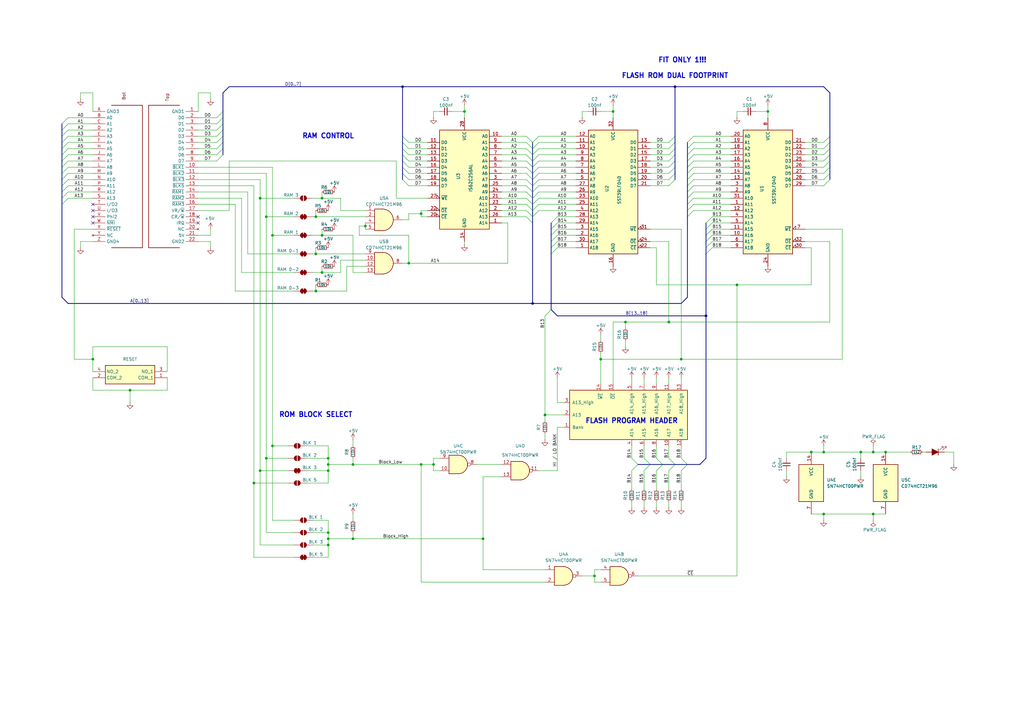
<source format=kicad_sch>
(kicad_sch (version 20250114) (generator "eeschema") (generator_version "9.0")
  (paper "A3")
  (title_block (title "VIC 20 Flash Cartridge") (date "2024-11-15") (rev "A"))
  (text "FLASH PROGRAM HEADER" (at 259.08 172.72 0) (effects (font (size 2 2) (thickness 0.4) (bold yes))))
  (text "    FIT ONLY 1!!!\n\nFLASH ROM DUAL FOOTPRINT\n" (at 276.86 27.94 0) (effects (font (size 2 2) (thickness 0.4) (bold yes))))
  (text "ROM BLOCK SELECT\n" (at 129.54 170.18 0) (effects (font (size 2 2) (thickness 0.4) (bold yes))))
  (text " " (at 398.78 234.95 0) (effects (font (size 1.27 1.27)) (justify left bottom)))
  (text "RAM CONTROL" (at 134.62 55.88 0) (effects (font (size 2 2) (thickness 0.4) (bold yes))))
  (junction (at 109.22 187.96))
  (junction (at 149.86 92.71))
  (junction (at 246.38 147.32))
  (junction (at 289.56 129.54))
  (junction (at 53.34 160.02))
  (junction (at 109.22 88.9))
  (junction (at 279.4 147.32))
  (junction (at 132.08 96.52))
  (junction (at 251.46 45.72))
  (junction (at 190.5 45.72))
  (junction (at 129.54 104.14))
  (junction (at 198.12 220.98))
  (junction (at 332.74 185.42))
  (junction (at 106.68 81.28))
  (junction (at 256.54 132.08))
  (junction (at 134.62 220.98))
  (junction (at 104.14 198.12))
  (junction (at 363.22 185.42))
  (junction (at 276.86 35.56))
  (junction (at 134.62 190.5))
  (junction (at 358.14 210.82))
  (junction (at 172.72 190.5))
  (junction (at 274.32 132.08))
  (junction (at 111.76 96.52))
  (junction (at 165.1 35.56))
  (junction (at 134.62 187.96))
  (junction (at 134.62 218.44))
  (junction (at 353.06 185.42))
  (junction (at 167.64 107.95))
  (junction (at 106.68 193.04))
  (junction (at 134.62 223.52))
  (junction (at 129.54 119.38))
  (junction (at 218.44 124.46))
  (junction (at 314.96 45.72))
  (junction (at 38.1 147.32))
  (junction (at 177.8 190.5))
  (junction (at 243.84 236.22))
  (junction (at 172.72 87.63))
  (junction (at 223.52 170.18))
  (junction (at 129.54 88.9))
  (junction (at 337.82 210.82))
  (junction (at 111.76 182.88))
  (junction (at 337.82 185.42))
  (junction (at 134.62 193.04))
  (junction (at 132.08 111.76))
  (junction (at 358.14 185.42))
  (junction (at 144.78 190.5))
  (junction (at 144.78 220.98))
  (junction (at 302.26 116.84))
  (junction (at 132.08 81.28))
  (no_connect (at 38.1 88.9))
  (no_connect (at 81.28 88.9))
  (no_connect (at 81.28 91.44))
  (no_connect (at 38.1 91.44))
  (no_connect (at 38.1 86.36))
  (no_connect (at 38.1 83.82))
  (bus_entry (at 27.94 48.26) (size -2.54 2.54))
  (bus_entry (at 25.4 81.28) (size 2.54 -2.54))
  (bus_entry (at 91.44 50.8) (size -2.54 2.54))
  (bus_entry (at 261.62 190.5) (size -2.54 -2.54))
  (bus_entry (at 274.32 193.04) (size 2.54 -2.54))
  (bus_entry (at 284.48 63.5) (size -2.54 2.54))
  (bus_entry (at 167.64 63.5) (size -2.54 -2.54))
  (bus_entry (at 289.56 93.98) (size 2.54 -2.54))
  (bus_entry (at 218.44 73.66) (size -2.54 -2.54))
  (bus_entry (at 27.94 66.04) (size -2.54 2.54))
  (bus_entry (at 340.36 63.5) (size -2.54 2.54))
  (bus_entry (at 284.48 73.66) (size -2.54 2.54))
  (bus_entry (at 226.06 96.52) (size 2.54 -2.54))
  (bus_entry (at 220.98 60.96) (size -2.54 2.54))
  (bus_entry (at 276.86 60.96) (size -2.54 2.54))
  (bus_entry (at 25.4 73.66) (size 2.54 -2.54))
  (bus_entry (at 220.98 68.58) (size -2.54 2.54))
  (bus_entry (at 340.36 58.42) (size -2.54 2.54))
  (bus_entry (at 220.98 71.12) (size -2.54 2.54))
  (bus_entry (at 218.44 88.9) (size 2.54 -2.54))
  (bus_entry (at 281.94 86.36) (size 2.54 -2.54))
  (bus_entry (at 91.44 60.96) (size -2.54 2.54))
  (bus_entry (at 264.16 193.04) (size 2.54 -2.54))
  (bus_entry (at 91.44 53.34) (size -2.54 2.54))
  (bus_entry (at 167.64 68.58) (size -2.54 -2.54))
  (bus_entry (at 218.44 88.9) (size -2.54 -2.54))
  (bus_entry (at 167.64 60.96) (size -2.54 -2.54))
  (bus_entry (at 226.06 104.14) (size 2.54 -2.54))
  (bus_entry (at 226.06 91.44) (size 2.54 -2.54))
  (bus_entry (at 276.86 190.5) (size -2.54 -2.54))
  (bus_entry (at 281.94 88.9) (size 2.54 -2.54))
  (bus_entry (at 218.44 81.28) (size 2.54 -2.54))
  (bus_entry (at 340.36 73.66) (size -2.54 2.54))
  (bus_entry (at 276.86 58.42) (size -2.54 2.54))
  (bus_entry (at 284.48 55.88) (size -2.54 2.54))
  (bus_entry (at 289.56 91.44) (size 2.54 -2.54))
  (bus_entry (at 276.86 66.04) (size -2.54 2.54))
  (bus_entry (at 276.86 73.66) (size -2.54 2.54))
  (bus_entry (at 91.44 45.72) (size -2.54 2.54))
  (bus_entry (at 340.36 71.12) (size -2.54 2.54))
  (bus_entry (at 218.44 86.36) (size -2.54 -2.54))
  (bus_entry (at 218.44 76.2) (size -2.54 -2.54))
  (bus_entry (at 269.24 193.04) (size 2.54 -2.54))
  (bus_entry (at 218.44 83.82) (size -2.54 -2.54))
  (bus_entry (at 218.44 68.58) (size -2.54 -2.54))
  (bus_entry (at 91.44 55.88) (size -2.54 2.54))
  (bus_entry (at 226.06 127) (size -2.54 2.54))
  (bus_entry (at 340.36 55.88) (size -2.54 2.54))
  (bus_entry (at 281.94 78.74) (size 2.54 -2.54))
  (bus_entry (at 340.36 60.96) (size -2.54 2.54))
  (bus_entry (at 266.7 190.5) (size -2.54 -2.54))
  (bus_entry (at 167.64 76.2) (size -2.54 -2.54))
  (bus_entry (at 284.48 60.96) (size -2.54 2.54))
  (bus_entry (at 284.48 71.12) (size -2.54 2.54))
  (bus_entry (at 226.06 93.98) (size 2.54 -2.54))
  (bus_entry (at 226.06 101.6) (size 2.54 -2.54))
  (bus_entry (at 25.4 78.74) (size 2.54 -2.54))
  (bus_entry (at 271.78 190.5) (size -2.54 -2.54))
  (bus_entry (at 27.94 53.34) (size -2.54 2.54))
  (bus_entry (at 279.4 193.04) (size 2.54 -2.54))
  (bus_entry (at 220.98 58.42) (size -2.54 2.54))
  (bus_entry (at 27.94 55.88) (size -2.54 2.54))
  (bus_entry (at 220.98 66.04) (size -2.54 2.54))
  (bus_entry (at 276.86 71.12) (size -2.54 2.54))
  (bus_entry (at 27.94 50.8) (size -2.54 2.54))
  (bus_entry (at 289.56 104.14) (size 2.54 -2.54))
  (bus_entry (at 220.98 73.66) (size -2.54 2.54))
  (bus_entry (at 226.06 99.06) (size 2.54 -2.54))
  (bus_entry (at 289.56 99.06) (size 2.54 -2.54))
  (bus_entry (at 218.44 60.96) (size -2.54 -2.54))
  (bus_entry (at 167.64 58.42) (size -2.54 -2.54))
  (bus_entry (at 25.4 83.82) (size 2.54 -2.54))
  (bus_entry (at 284.48 66.04) (size -2.54 2.54))
  (bus_entry (at 218.44 63.5) (size -2.54 -2.54))
  (bus_entry (at 25.4 71.12) (size 2.54 -2.54))
  (bus_entry (at 284.48 58.42) (size -2.54 2.54))
  (bus_entry (at 167.64 66.04) (size -2.54 -2.54))
  (bus_entry (at 218.44 71.12) (size -2.54 -2.54))
  (bus_entry (at 276.86 55.88) (size -2.54 2.54))
  (bus_entry (at 218.44 83.82) (size 2.54 -2.54))
  (bus_entry (at 340.36 66.04) (size -2.54 2.54))
  (bus_entry (at 91.44 63.5) (size -2.54 2.54))
  (bus_entry (at 218.44 78.74) (size 2.54 -2.54))
  (bus_entry (at 218.44 66.04) (size -2.54 -2.54))
  (bus_entry (at 167.64 71.12) (size -2.54 -2.54))
  (bus_entry (at 276.86 63.5) (size -2.54 2.54))
  (bus_entry (at 27.94 63.5) (size -2.54 2.54))
  (bus_entry (at 218.44 86.36) (size 2.54 -2.54))
  (bus_entry (at 91.44 58.42) (size -2.54 2.54))
  (bus_entry (at 259.08 193.04) (size 2.54 -2.54))
  (bus_entry (at 91.44 48.26) (size -2.54 2.54))
  (bus_entry (at 284.48 68.58) (size -2.54 2.54))
  (bus_entry (at 27.94 58.42) (size -2.54 2.54))
  (bus_entry (at 281.94 81.28) (size 2.54 -2.54))
  (bus_entry (at 218.44 58.42) (size -2.54 -2.54))
  (bus_entry (at 281.94 83.82) (size 2.54 -2.54))
  (bus_entry (at 27.94 60.96) (size -2.54 2.54))
  (bus_entry (at 220.98 63.5) (size -2.54 2.54))
  (bus_entry (at 218.44 78.74) (size -2.54 -2.54))
  (bus_entry (at 218.44 81.28) (size -2.54 -2.54))
  (bus_entry (at 281.94 190.5) (size -2.54 -2.54))
  (bus_entry (at 289.56 101.6) (size 2.54 -2.54))
  (bus_entry (at 25.4 76.2) (size 2.54 -2.54))
  (bus_entry (at 220.98 55.88) (size -2.54 2.54))
  (bus_entry (at 218.44 91.44) (size -2.54 -2.54))
  (bus_entry (at 340.36 68.58) (size -2.54 2.54))
  (bus_entry (at 289.56 96.52) (size 2.54 -2.54))
  (bus_entry (at 276.86 68.58) (size -2.54 2.54))
  (bus_entry (at 167.64 73.66) (size -2.54 -2.54))
  (bus (pts (xy 25.4 66.04) (xy 25.4 63.5)))
  (wire (pts (xy 337.82 213.36) (xy 337.82 210.82)))
  (bus (pts (xy 226.06 93.98) (xy 226.06 96.52)))
  (bus (pts (xy 165.1 35.56) (xy 276.86 35.56)))
  (bus (pts (xy 25.4 68.58) (xy 25.4 66.04)))
  (bus (pts (xy 276.86 35.56) (xy 337.82 35.56)))
  (wire (pts (xy 332.74 116.84) (xy 332.74 101.6)))
  (wire (pts (xy 264.16 154.94) (xy 264.16 157.48)))
  (bus (pts (xy 218.44 63.5) (xy 218.44 66.04)))
  (wire (pts (xy 149.86 91.44) (xy 149.86 92.71)))
  (wire (pts (xy 205.74 81.28) (xy 215.9 81.28)))
  (wire (pts (xy 228.6 165.1) (xy 231.14 165.1)))
  (wire (pts (xy 259.08 208.28) (xy 259.08 205.74)))
  (wire (pts (xy 134.62 187.96) (xy 134.62 190.5)))
  (wire (pts (xy 264.16 193.04) (xy 264.16 200.66)))
  (wire (pts (xy 167.64 87.63) (xy 172.72 87.63)))
  (wire (pts (xy 27.94 48.26) (xy 38.1 48.26)))
  (wire (pts (xy 27.94 53.34) (xy 38.1 53.34)))
  (wire (pts (xy 177.8 45.72) (xy 180.34 45.72)))
  (wire (pts (xy 172.72 88.9) (xy 175.26 88.9)))
  (wire (pts (xy 228.6 93.98) (xy 236.22 93.98)))
  (wire (pts (xy 358.14 182.88) (xy 358.14 185.42)))
  (bus (pts (xy 276.86 190.5) (xy 281.94 190.5)))
  (wire (pts (xy 38.1 142.24) (xy 68.58 142.24)))
  (wire (pts (xy 134.62 190.5) (xy 134.62 193.04)))
  (wire (pts (xy 144.78 210.82) (xy 144.78 213.36)))
  (wire (pts (xy 279.4 147.32) (xy 345.44 147.32)))
  (wire (pts (xy 330.2 60.96) (xy 337.82 60.96)))
  (wire (pts (xy 167.64 66.04) (xy 175.26 66.04)))
  (wire (pts (xy 208.28 91.44) (xy 205.74 91.44)))
  (wire (pts (xy 149.86 92.71) (xy 149.86 93.98)))
  (wire (pts (xy 274.32 193.04) (xy 274.32 200.66)))
  (wire (pts (xy 30.48 147.32) (xy 38.1 147.32)))
  (wire (pts (xy 337.82 210.82) (xy 332.74 210.82)))
  (bus (pts (xy 25.4 121.92) (xy 27.94 124.46)))
  (bus (pts (xy 281.94 73.66) (xy 281.94 76.2)))
  (wire (pts (xy 99.06 111.76) (xy 99.06 81.28)))
  (wire (pts (xy 104.14 198.12) (xy 104.14 228.6)))
  (wire (pts (xy 228.6 175.26) (xy 228.6 193.04)))
  (wire (pts (xy 279.4 93.98) (xy 279.4 147.32)))
  (bus (pts (xy 25.4 60.96) (xy 25.4 58.42)))
  (wire (pts (xy 358.14 185.42) (xy 353.06 185.42)))
  (bus (pts (xy 281.94 76.2) (xy 281.94 78.74)))
  (bus (pts (xy 289.56 129.54) (xy 289.56 187.96)))
  (bus (pts (xy 218.44 71.12) (xy 218.44 73.66)))
  (wire (pts (xy 266.7 99.06) (xy 274.32 99.06)))
  (bus (pts (xy 287.02 190.5) (xy 289.56 187.96)))
  (wire (pts (xy 264.16 182.88) (xy 264.16 187.96)))
  (bus (pts (xy 281.94 68.58) (xy 281.94 71.12)))
  (wire (pts (xy 330.2 66.04) (xy 337.82 66.04)))
  (wire (pts (xy 284.48 55.88) (xy 299.72 55.88)))
  (wire (pts (xy 205.74 71.12) (xy 215.9 71.12)))
  (bus (pts (xy 261.62 190.5) (xy 266.7 190.5)))
  (wire (pts (xy 198.12 220.98) (xy 198.12 233.68)))
  (wire (pts (xy 284.48 81.28) (xy 299.72 81.28)))
  (wire (pts (xy 81.28 58.42) (xy 88.9 58.42)))
  (wire (pts (xy 266.7 68.58) (xy 274.32 68.58)))
  (bus (pts (xy 218.44 124.46) (xy 279.4 124.46)))
  (bus (pts (xy 218.44 81.28) (xy 218.44 83.82)))
  (wire (pts (xy 259.08 187.96) (xy 259.08 182.88)))
  (bus (pts (xy 25.4 63.5) (xy 25.4 60.96)))
  (wire (pts (xy 345.44 147.32) (xy 345.44 93.98)))
  (wire (pts (xy 104.14 76.2) (xy 81.28 76.2)))
  (wire (pts (xy 284.48 60.96) (xy 299.72 60.96)))
  (wire (pts (xy 30.48 93.98) (xy 30.48 147.32)))
  (bus (pts (xy 93.98 35.56) (xy 165.1 35.56)))
  (wire (pts (xy 81.28 48.26) (xy 88.9 48.26)))
  (wire (pts (xy 134.62 213.36) (xy 128.27 213.36)))
  (wire (pts (xy 81.28 71.12) (xy 109.22 71.12)))
  (wire (pts (xy 111.76 213.36) (xy 120.65 213.36)))
  (wire (pts (xy 125.73 187.96) (xy 134.62 187.96)))
  (bus (pts (xy 340.36 58.42) (xy 340.36 60.96)))
  (bus (pts (xy 281.94 66.04) (xy 281.94 68.58)))
  (wire (pts (xy 38.1 160.02) (xy 53.34 160.02)))
  (wire (pts (xy 266.7 76.2) (xy 274.32 76.2)))
  (wire (pts (xy 266.7 60.96) (xy 274.32 60.96)))
  (bus (pts (xy 25.4 76.2) (xy 25.4 73.66)))
  (wire (pts (xy 243.84 236.22) (xy 243.84 238.76)))
  (wire (pts (xy 185.42 45.72) (xy 190.5 45.72)))
  (bus (pts (xy 281.94 71.12) (xy 281.94 73.66)))
  (wire (pts (xy 205.74 86.36) (xy 215.9 86.36)))
  (bus (pts (xy 276.86 55.88) (xy 276.86 58.42)))
  (bus (pts (xy 218.44 68.58) (xy 218.44 71.12)))
  (bus (pts (xy 218.44 60.96) (xy 218.44 63.5)))
  (wire (pts (xy 68.58 142.24) (xy 68.58 152.4)))
  (wire (pts (xy 27.94 68.58) (xy 38.1 68.58)))
  (wire (pts (xy 198.12 195.58) (xy 198.12 220.98)))
  (wire (pts (xy 228.6 193.04) (xy 220.98 193.04)))
  (wire (pts (xy 128.27 218.44) (xy 134.62 218.44)))
  (wire (pts (xy 228.6 99.06) (xy 236.22 99.06)))
  (wire (pts (xy 220.98 55.88) (xy 236.22 55.88)))
  (wire (pts (xy 134.62 182.88) (xy 125.73 182.88)))
  (wire (pts (xy 205.74 68.58) (xy 215.9 68.58)))
  (wire (pts (xy 139.7 111.76) (xy 139.7 106.68)))
  (wire (pts (xy 220.98 81.28) (xy 236.22 81.28)))
  (wire (pts (xy 134.62 223.52) (xy 134.62 228.6)))
  (wire (pts (xy 205.74 58.42) (xy 215.9 58.42)))
  (bus (pts (xy 91.44 58.42) (xy 91.44 55.88)))
  (wire (pts (xy 106.68 81.28) (xy 120.65 81.28)))
  (wire (pts (xy 246.38 233.68) (xy 243.84 233.68)))
  (wire (pts (xy 378.46 185.42) (xy 379.73 185.42)))
  (wire (pts (xy 101.6 104.14) (xy 101.6 78.74)))
  (wire (pts (xy 167.64 96.52) (xy 147.32 96.52)))
  (wire (pts (xy 106.68 223.52) (xy 120.65 223.52)))
  (wire (pts (xy 322.58 195.58) (xy 322.58 193.04)))
  (wire (pts (xy 167.64 87.63) (xy 167.64 90.17)))
  (bus (pts (xy 165.1 35.56) (xy 165.1 55.88)))
  (wire (pts (xy 322.58 185.42) (xy 332.74 185.42)))
  (wire (pts (xy 190.5 43.18) (xy 190.5 45.72)))
  (wire (pts (xy 106.68 193.04) (xy 118.11 193.04)))
  (wire (pts (xy 129.54 88.9) (xy 149.86 88.9)))
  (wire (pts (xy 144.78 180.34) (xy 144.78 182.88)))
  (wire (pts (xy 274.32 154.94) (xy 274.32 157.48)))
  (wire (pts (xy 101.6 104.14) (xy 120.65 104.14)))
  (wire (pts (xy 284.48 63.5) (xy 299.72 63.5)))
  (wire (pts (xy 246.38 238.76) (xy 243.84 238.76)))
  (wire (pts (xy 99.06 111.76) (xy 120.65 111.76)))
  (bus (pts (xy 218.44 88.9) (xy 218.44 91.44)))
  (wire (pts (xy 198.12 233.68) (xy 223.52 233.68)))
  (wire (pts (xy 111.76 182.88) (xy 111.76 213.36)))
  (wire (pts (xy 68.58 160.02) (xy 68.58 154.94)))
  (wire (pts (xy 93.98 66.04) (xy 162.56 66.04)))
  (wire (pts (xy 220.98 60.96) (xy 236.22 60.96)))
  (bus (pts (xy 218.44 76.2) (xy 218.44 78.74)))
  (wire (pts (xy 144.78 218.44) (xy 144.78 220.98)))
  (wire (pts (xy 340.36 132.08) (xy 340.36 99.06)))
  (wire (pts (xy 106.68 193.04) (xy 106.68 223.52)))
  (wire (pts (xy 129.54 119.38) (xy 142.24 119.38)))
  (wire (pts (xy 33.02 38.1) (xy 33.02 40.64)))
  (bus (pts (xy 281.94 88.9) (xy 281.94 121.92)))
  (bus (pts (xy 226.06 99.06) (xy 226.06 101.6)))
  (wire (pts (xy 128.27 111.76) (xy 132.08 111.76)))
  (wire (pts (xy 167.64 71.12) (xy 175.26 71.12)))
  (wire (pts (xy 132.08 81.28) (xy 139.7 81.28)))
  (wire (pts (xy 264.16 208.28) (xy 264.16 205.74)))
  (bus (pts (xy 289.56 91.44) (xy 289.56 93.98)))
  (bus (pts (xy 281.94 81.28) (xy 281.94 83.82)))
  (wire (pts (xy 269.24 193.04) (xy 269.24 200.66)))
  (wire (pts (xy 256.54 134.62) (xy 256.54 132.08)))
  (wire (pts (xy 223.52 177.8) (xy 223.52 180.34)))
  (wire (pts (xy 33.02 99.06) (xy 38.1 99.06)))
  (wire (pts (xy 167.64 90.17) (xy 165.1 90.17)))
  (wire (pts (xy 27.94 78.74) (xy 38.1 78.74)))
  (bus (pts (xy 218.44 78.74) (xy 218.44 81.28)))
  (wire (pts (xy 246.38 147.32) (xy 279.4 147.32)))
  (wire (pts (xy 93.98 86.36) (xy 93.98 66.04)))
  (wire (pts (xy 205.74 55.88) (xy 215.9 55.88)))
  (wire (pts (xy 220.98 71.12) (xy 236.22 71.12)))
  (bus (pts (xy 226.06 127) (xy 228.6 129.54)))
  (wire (pts (xy 228.6 96.52) (xy 236.22 96.52)))
  (wire (pts (xy 223.52 172.72) (xy 223.52 170.18)))
  (bus (pts (xy 25.4 121.92) (xy 25.4 83.82)))
  (bus (pts (xy 289.56 101.6) (xy 289.56 104.14)))
  (bus (pts (xy 25.4 55.88) (xy 25.4 53.34)))
  (wire (pts (xy 190.5 45.72) (xy 190.5 48.26)))
  (wire (pts (xy 220.98 58.42) (xy 236.22 58.42)))
  (wire (pts (xy 147.32 92.71) (xy 149.86 92.71)))
  (wire (pts (xy 180.34 193.04) (xy 177.8 193.04)))
  (wire (pts (xy 104.14 198.12) (xy 118.11 198.12)))
  (bus (pts (xy 340.36 71.12) (xy 340.36 73.66)))
  (wire (pts (xy 147.32 92.71) (xy 147.32 96.52)))
  (wire (pts (xy 292.1 93.98) (xy 299.72 93.98)))
  (wire (pts (xy 251.46 43.18) (xy 251.46 45.72)))
  (wire (pts (xy 309.88 45.72) (xy 314.96 45.72)))
  (wire (pts (xy 259.08 193.04) (xy 259.08 200.66)))
  (wire (pts (xy 128.27 104.14) (xy 129.54 104.14)))
  (wire (pts (xy 86.36 101.6) (xy 86.36 99.06)))
  (bus (pts (xy 25.4 71.12) (xy 25.4 68.58)))
  (wire (pts (xy 38.1 147.32) (xy 38.1 142.24)))
  (wire (pts (xy 177.8 190.5) (xy 177.8 193.04)))
  (wire (pts (xy 134.62 220.98) (xy 144.78 220.98)))
  (wire (pts (xy 190.5 99.06) (xy 190.5 100.33)))
  (wire (pts (xy 111.76 96.52) (xy 111.76 68.58)))
  (wire (pts (xy 134.62 220.98) (xy 134.62 223.52)))
  (wire (pts (xy 81.28 55.88) (xy 88.9 55.88)))
  (wire (pts (xy 81.28 38.1) (xy 86.36 38.1)))
  (wire (pts (xy 292.1 88.9) (xy 299.72 88.9)))
  (wire (pts (xy 284.48 58.42) (xy 299.72 58.42)))
  (wire (pts (xy 322.58 187.96) (xy 322.58 185.42)))
  (wire (pts (xy 284.48 73.66) (xy 299.72 73.66)))
  (bus (pts (xy 281.94 60.96) (xy 281.94 63.5)))
  (wire (pts (xy 139.7 106.68) (xy 149.86 106.68)))
  (wire (pts (xy 111.76 96.52) (xy 111.76 182.88)))
  (wire (pts (xy 358.14 185.42) (xy 363.22 185.42)))
  (wire (pts (xy 363.22 185.42) (xy 373.38 185.42)))
  (wire (pts (xy 109.22 218.44) (xy 120.65 218.44)))
  (wire (pts (xy 27.94 76.2) (xy 38.1 76.2)))
  (wire (pts (xy 330.2 68.58) (xy 337.82 68.58)))
  (bus (pts (xy 276.86 60.96) (xy 276.86 63.5)))
  (wire (pts (xy 330.2 58.42) (xy 337.82 58.42)))
  (wire (pts (xy 172.72 86.36) (xy 172.72 87.63)))
  (wire (pts (xy 269.24 101.6) (xy 269.24 116.84)))
  (bus (pts (xy 276.86 71.12) (xy 276.86 73.66)))
  (wire (pts (xy 81.28 50.8) (xy 88.9 50.8)))
  (wire (pts (xy 177.8 187.96) (xy 180.34 187.96)))
  (bus (pts (xy 218.44 86.36) (xy 218.44 88.9)))
  (wire (pts (xy 167.64 76.2) (xy 175.26 76.2)))
  (wire (pts (xy 269.24 182.88) (xy 269.24 187.96)))
  (wire (pts (xy 279.4 208.28) (xy 279.4 205.74)))
  (bus (pts (xy 165.1 66.04) (xy 165.1 63.5)))
  (bus (pts (xy 340.36 63.5) (xy 340.36 66.04)))
  (bus (pts (xy 165.1 68.58) (xy 165.1 66.04)))
  (wire (pts (xy 106.68 81.28) (xy 106.68 193.04)))
  (wire (pts (xy 53.34 165.1) (xy 53.34 160.02)))
  (wire (pts (xy 27.94 73.66) (xy 38.1 73.66)))
  (wire (pts (xy 134.62 193.04) (xy 134.62 198.12)))
  (wire (pts (xy 96.52 119.38) (xy 120.65 119.38)))
  (bus (pts (xy 276.86 35.56) (xy 276.86 55.88)))
  (wire (pts (xy 109.22 187.96) (xy 109.22 218.44)))
  (bus (pts (xy 93.98 35.56) (xy 91.44 38.1)))
  (wire (pts (xy 109.22 71.12) (xy 109.22 88.9)))
  (wire (pts (xy 292.1 99.06) (xy 299.72 99.06)))
  (wire (pts (xy 129.54 86.36) (xy 129.54 88.9)))
  (wire (pts (xy 134.62 228.6) (xy 128.27 228.6)))
  (bus (pts (xy 25.4 81.28) (xy 25.4 78.74)))
  (wire (pts (xy 292.1 101.6) (xy 299.72 101.6)))
  (wire (pts (xy 330.2 71.12) (xy 337.82 71.12)))
  (bus (pts (xy 165.1 60.96) (xy 165.1 58.42)))
  (wire (pts (xy 205.74 60.96) (xy 215.9 60.96)))
  (wire (pts (xy 162.56 81.28) (xy 175.26 81.28)))
  (bus (pts (xy 281.94 63.5) (xy 281.94 66.04)))
  (wire (pts (xy 81.28 68.58) (xy 111.76 68.58)))
  (bus (pts (xy 91.44 53.34) (xy 91.44 50.8)))
  (bus (pts (xy 25.4 53.34) (xy 25.4 50.8)))
  (wire (pts (xy 246.38 45.72) (xy 251.46 45.72)))
  (wire (pts (xy 284.48 86.36) (xy 299.72 86.36)))
  (bus (pts (xy 289.56 93.98) (xy 289.56 96.52)))
  (wire (pts (xy 279.4 182.88) (xy 279.4 187.96)))
  (wire (pts (xy 86.36 99.06) (xy 81.28 99.06)))
  (wire (pts (xy 228.6 88.9) (xy 236.22 88.9)))
  (bus (pts (xy 91.44 48.26) (xy 91.44 45.72)))
  (wire (pts (xy 284.48 68.58) (xy 299.72 68.58)))
  (wire (pts (xy 220.98 68.58) (xy 236.22 68.58)))
  (wire (pts (xy 205.74 78.74) (xy 215.9 78.74)))
  (wire (pts (xy 353.06 185.42) (xy 353.06 187.96)))
  (wire (pts (xy 81.28 73.66) (xy 106.68 73.66)))
  (wire (pts (xy 220.98 66.04) (xy 236.22 66.04)))
  (wire (pts (xy 274.32 182.88) (xy 274.32 187.96)))
  (wire (pts (xy 292.1 91.44) (xy 299.72 91.44)))
  (wire (pts (xy 27.94 63.5) (xy 38.1 63.5)))
  (wire (pts (xy 172.72 190.5) (xy 172.72 238.76)))
  (wire (pts (xy 266.7 58.42) (xy 274.32 58.42)))
  (wire (pts (xy 284.48 66.04) (xy 299.72 66.04)))
  (wire (pts (xy 111.76 182.88) (xy 118.11 182.88)))
  (wire (pts (xy 391.16 190.5) (xy 391.16 185.42)))
  (wire (pts (xy 243.84 233.68) (xy 243.84 236.22)))
  (wire (pts (xy 195.58 190.5) (xy 205.74 190.5)))
  (wire (pts (xy 109.22 88.9) (xy 109.22 187.96)))
  (bus (pts (xy 25.4 83.82) (xy 25.4 81.28)))
  (wire (pts (xy 104.14 76.2) (xy 104.14 198.12)))
  (wire (pts (xy 228.6 175.26) (xy 231.14 175.26)))
  (wire (pts (xy 292.1 96.52) (xy 299.72 96.52)))
  (wire (pts (xy 27.94 60.96) (xy 38.1 60.96)))
  (bus (pts (xy 91.44 60.96) (xy 91.44 58.42)))
  (wire (pts (xy 261.62 236.22) (xy 302.26 236.22)))
  (wire (pts (xy 111.76 96.52) (xy 120.65 96.52)))
  (wire (pts (xy 284.48 76.2) (xy 299.72 76.2)))
  (wire (pts (xy 167.64 60.96) (xy 175.26 60.96)))
  (wire (pts (xy 205.74 73.66) (xy 215.9 73.66)))
  (wire (pts (xy 228.6 154.94) (xy 228.6 165.1)))
  (bus (pts (xy 27.94 124.46) (xy 218.44 124.46)))
  (wire (pts (xy 81.28 60.96) (xy 88.9 60.96)))
  (bus (pts (xy 276.86 63.5) (xy 276.86 66.04)))
  (wire (pts (xy 274.32 208.28) (xy 274.32 205.74)))
  (wire (pts (xy 38.1 93.98) (xy 30.48 93.98)))
  (wire (pts (xy 106.68 73.66) (xy 106.68 81.28)))
  (bus (pts (xy 165.1 73.66) (xy 165.1 71.12)))
  (wire (pts (xy 251.46 45.72) (xy 251.46 48.26)))
  (wire (pts (xy 256.54 142.24) (xy 256.54 139.7)))
  (wire (pts (xy 266.7 66.04) (xy 274.32 66.04)))
  (bus (pts (xy 165.1 63.5) (xy 165.1 60.96)))
  (bus (pts (xy 340.36 68.58) (xy 340.36 71.12)))
  (wire (pts (xy 109.22 187.96) (xy 118.11 187.96)))
  (wire (pts (xy 167.64 58.42) (xy 175.26 58.42)))
  (wire (pts (xy 27.94 81.28) (xy 38.1 81.28)))
  (wire (pts (xy 228.6 101.6) (xy 236.22 101.6)))
  (wire (pts (xy 109.22 88.9) (xy 120.65 88.9)))
  (wire (pts (xy 27.94 55.88) (xy 38.1 55.88)))
  (wire (pts (xy 81.28 78.74) (xy 101.6 78.74)))
  (bus (pts (xy 281.94 58.42) (xy 281.94 60.96)))
  (wire (pts (xy 246.38 137.16) (xy 246.38 139.7)))
  (bus (pts (xy 91.44 55.88) (xy 91.44 53.34)))
  (wire (pts (xy 81.28 66.04) (xy 88.9 66.04)))
  (bus (pts (xy 276.86 58.42) (xy 276.86 60.96)))
  (bus (pts (xy 340.36 60.96) (xy 340.36 63.5)))
  (wire (pts (xy 246.38 144.78) (xy 246.38 147.32)))
  (wire (pts (xy 205.74 76.2) (xy 215.9 76.2)))
  (wire (pts (xy 128.27 96.52) (xy 132.08 96.52)))
  (wire (pts (xy 128.27 119.38) (xy 129.54 119.38)))
  (wire (pts (xy 142.24 119.38) (xy 142.24 109.22)))
  (wire (pts (xy 27.94 58.42) (xy 38.1 58.42)))
  (wire (pts (xy 172.72 238.76) (xy 223.52 238.76)))
  (bus (pts (xy 281.94 83.82) (xy 281.94 86.36)))
  (wire (pts (xy 129.54 104.14) (xy 149.86 104.14)))
  (wire (pts (xy 134.62 218.44) (xy 134.62 220.98)))
  (bus (pts (xy 91.44 38.1) (xy 91.44 45.72)))
  (wire (pts (xy 302.26 116.84) (xy 332.74 116.84)))
  (wire (pts (xy 266.7 71.12) (xy 274.32 71.12)))
  (wire (pts (xy 142.24 109.22) (xy 149.86 109.22)))
  (bus (pts (xy 281.94 86.36) (xy 281.94 88.9)))
  (wire (pts (xy 279.4 154.94) (xy 279.4 157.48)))
  (wire (pts (xy 238.76 45.72) (xy 238.76 48.26)))
  (wire (pts (xy 81.28 45.72) (xy 81.28 38.1)))
  (wire (pts (xy 134.62 182.88) (xy 134.62 187.96)))
  (wire (pts (xy 337.82 210.82) (xy 358.14 210.82)))
  (wire (pts (xy 205.74 88.9) (xy 215.9 88.9)))
  (bus (pts (xy 218.44 73.66) (xy 218.44 76.2)))
  (wire (pts (xy 266.7 73.66) (xy 274.32 73.66)))
  (wire (pts (xy 302.26 45.72) (xy 302.26 48.26)))
  (wire (pts (xy 167.64 96.52) (xy 167.64 107.95)))
  (wire (pts (xy 251.46 157.48) (xy 251.46 132.08)))
  (bus (pts (xy 281.94 121.92) (xy 279.4 124.46)))
  (bus (pts (xy 25.4 78.74) (xy 25.4 76.2)))
  (wire (pts (xy 167.64 63.5) (xy 175.26 63.5)))
  (wire (pts (xy 172.72 87.63) (xy 172.72 88.9)))
  (bus (pts (xy 289.56 99.06) (xy 289.56 101.6)))
  (bus (pts (xy 228.6 129.54) (xy 289.56 129.54)))
  (wire (pts (xy 86.36 96.52) (xy 81.28 96.52)))
  (wire (pts (xy 205.74 66.04) (xy 215.9 66.04)))
  (bus (pts (xy 218.44 91.44) (xy 218.44 124.46)))
  (bus (pts (xy 91.44 50.8) (xy 91.44 48.26)))
  (wire (pts (xy 330.2 99.06) (xy 340.36 99.06)))
  (wire (pts (xy 125.73 193.04) (xy 134.62 193.04)))
  (wire (pts (xy 220.98 78.74) (xy 236.22 78.74)))
  (wire (pts (xy 175.26 86.36) (xy 172.72 86.36)))
  (wire (pts (xy 177.8 45.72) (xy 177.8 48.26)))
  (wire (pts (xy 134.62 213.36) (xy 134.62 218.44)))
  (bus (pts (xy 340.36 38.1) (xy 340.36 55.88)))
  (wire (pts (xy 27.94 50.8) (xy 38.1 50.8)))
  (wire (pts (xy 220.98 63.5) (xy 236.22 63.5)))
  (wire (pts (xy 269.24 208.28) (xy 269.24 205.74)))
  (wire (pts (xy 205.74 83.82) (xy 215.9 83.82)))
  (bus (pts (xy 91.44 63.5) (xy 91.44 60.96)))
  (wire (pts (xy 81.28 53.34) (xy 88.9 53.34)))
  (wire (pts (xy 330.2 63.5) (xy 337.82 63.5)))
  (bus (pts (xy 25.4 73.66) (xy 25.4 71.12)))
  (wire (pts (xy 208.28 107.95) (xy 208.28 91.44)))
  (wire (pts (xy 96.52 83.82) (xy 96.52 119.38)))
  (wire (pts (xy 139.7 81.28) (xy 139.7 86.36)))
  (wire (pts (xy 337.82 185.42) (xy 332.74 185.42)))
  (wire (pts (xy 223.52 129.54) (xy 223.52 170.18)))
  (wire (pts (xy 330.2 76.2) (xy 337.82 76.2)))
  (wire (pts (xy 132.08 93.98) (xy 132.08 96.52)))
  (wire (pts (xy 220.98 83.82) (xy 236.22 83.82)))
  (bus (pts (xy 289.56 96.52) (xy 289.56 99.06)))
  (wire (pts (xy 279.4 193.04) (xy 279.4 200.66)))
  (wire (pts (xy 246.38 157.48) (xy 246.38 147.32)))
  (bus (pts (xy 276.86 68.58) (xy 276.86 71.12)))
  (wire (pts (xy 38.1 38.1) (xy 33.02 38.1)))
  (wire (pts (xy 302.26 116.84) (xy 302.26 236.22)))
  (wire (pts (xy 330.2 93.98) (xy 345.44 93.98)))
  (wire (pts (xy 38.1 152.4) (xy 38.1 147.32)))
  (wire (pts (xy 358.14 210.82) (xy 363.22 210.82)))
  (bus (pts (xy 218.44 66.04) (xy 218.44 68.58)))
  (wire (pts (xy 243.84 236.22) (xy 238.76 236.22)))
  (wire (pts (xy 167.64 73.66) (xy 175.26 73.66)))
  (wire (pts (xy 129.54 101.6) (xy 129.54 104.14)))
  (wire (pts (xy 177.8 190.5) (xy 177.8 187.96)))
  (bus (pts (xy 337.82 35.56) (xy 340.36 38.1)))
  (wire (pts (xy 81.28 81.28) (xy 99.06 81.28)))
  (wire (pts (xy 149.86 111.76) (xy 144.78 111.76)))
  (wire (pts (xy 266.7 63.5) (xy 274.32 63.5)))
  (wire (pts (xy 274.32 99.06) (xy 274.32 132.08)))
  (wire (pts (xy 220.98 86.36) (xy 236.22 86.36)))
  (wire (pts (xy 132.08 78.74) (xy 132.08 81.28)))
  (bus (pts (xy 226.06 91.44) (xy 226.06 93.98)))
  (wire (pts (xy 337.82 182.88) (xy 337.82 185.42)))
  (wire (pts (xy 251.46 132.08) (xy 256.54 132.08)))
  (wire (pts (xy 284.48 78.74) (xy 299.72 78.74)))
  (bus (pts (xy 165.1 58.42) (xy 165.1 55.88)))
  (wire (pts (xy 167.64 68.58) (xy 175.26 68.58)))
  (bus (pts (xy 218.44 83.82) (xy 218.44 86.36)))
  (wire (pts (xy 167.64 107.95) (xy 208.28 107.95)))
  (wire (pts (xy 104.14 228.6) (xy 120.65 228.6)))
  (wire (pts (xy 27.94 71.12) (xy 38.1 71.12)))
  (wire (pts (xy 144.78 187.96) (xy 144.78 190.5)))
  (wire (pts (xy 269.24 101.6) (xy 266.7 101.6)))
  (wire (pts (xy 353.06 195.58) (xy 353.06 193.04)))
  (wire (pts (xy 139.7 86.36) (xy 149.86 86.36)))
  (bus (pts (xy 266.7 190.5) (xy 271.78 190.5)))
  (wire (pts (xy 259.08 154.94) (xy 259.08 157.48)))
  (bus (pts (xy 226.06 96.52) (xy 226.06 99.06)))
  (wire (pts (xy 129.54 88.9) (xy 128.27 88.9)))
  (wire (pts (xy 198.12 195.58) (xy 205.74 195.58)))
  (wire (pts (xy 353.06 185.42) (xy 337.82 185.42)))
  (wire (pts (xy 128.27 223.52) (xy 134.62 223.52)))
  (wire (pts (xy 269.24 116.84) (xy 302.26 116.84)))
  (wire (pts (xy 266.7 93.98) (xy 279.4 93.98)))
  (wire (pts (xy 144.78 190.5) (xy 172.72 190.5)))
  (wire (pts (xy 314.96 45.72) (xy 314.96 48.26)))
  (wire (pts (xy 132.08 111.76) (xy 139.7 111.76)))
  (wire (pts (xy 256.54 132.08) (xy 274.32 132.08)))
  (bus (pts (xy 281.94 78.74) (xy 281.94 81.28)))
  (bus (pts (xy 271.78 190.5) (xy 276.86 190.5)))
  (bus (pts (xy 276.86 66.04) (xy 276.86 68.58)))
  (wire (pts (xy 358.14 213.36) (xy 358.14 210.82)))
  (wire (pts (xy 128.27 81.28) (xy 132.08 81.28)))
  (wire (pts (xy 38.1 154.94) (xy 38.1 160.02)))
  (wire (pts (xy 330.2 101.6) (xy 332.74 101.6)))
  (wire (pts (xy 134.62 190.5) (xy 144.78 190.5)))
  (wire (pts (xy 144.78 220.98) (xy 198.12 220.98)))
  (bus (pts (xy 226.06 127) (xy 226.06 104.14)))
  (wire (pts (xy 132.08 109.22) (xy 132.08 111.76)))
  (wire (pts (xy 162.56 66.04) (xy 162.56 81.28)))
  (wire (pts (xy 314.96 43.18) (xy 314.96 45.72)))
  (wire (pts (xy 220.98 76.2) (xy 236.22 76.2)))
  (bus (pts (xy 25.4 58.42) (xy 25.4 55.88)))
  (wire (pts (xy 129.54 116.84) (xy 129.54 119.38)))
  (wire (pts (xy 132.08 96.52) (xy 144.78 96.52)))
  (bus (pts (xy 165.1 71.12) (xy 165.1 68.58)))
  (bus (pts (xy 340.36 66.04) (xy 340.36 68.58)))
  (wire (pts (xy 220.98 73.66) (xy 236.22 73.66)))
  (wire (pts (xy 134.62 198.12) (xy 125.73 198.12)))
  (bus (pts (xy 340.36 55.88) (xy 340.36 58.42)))
  (wire (pts (xy 284.48 83.82) (xy 299.72 83.82)))
  (wire (pts (xy 284.48 71.12) (xy 299.72 71.12)))
  (wire (pts (xy 144.78 96.52) (xy 144.78 111.76)))
  (bus (pts (xy 281.94 190.5) (xy 287.02 190.5)))
  (wire (pts (xy 387.35 185.42) (xy 391.16 185.42)))
  (wire (pts (xy 96.52 83.82) (xy 81.28 83.82)))
  (wire (pts (xy 269.24 154.94) (xy 269.24 157.48)))
  (wire (pts (xy 238.76 45.72) (xy 241.3 45.72)))
  (wire (pts (xy 165.1 107.95) (xy 167.64 107.95)))
  (wire (pts (xy 302.26 45.72) (xy 304.8 45.72)))
  (wire (pts (xy 86.36 38.1) (xy 86.36 40.64)))
  (bus (pts (xy 289.56 104.14) (xy 289.56 129.54)))
  (bus (pts (xy 226.06 101.6) (xy 226.06 104.14)))
  (wire (pts (xy 172.72 190.5) (xy 177.8 190.5)))
  (wire (pts (xy 274.32 132.08) (xy 340.36 132.08)))
  (wire (pts (xy 27.94 66.04) (xy 38.1 66.04)))
  (wire (pts (xy 231.14 170.18) (xy 223.52 170.18)))
  (wire (pts (xy 38.1 45.72) (xy 38.1 38.1)))
  (wire (pts (xy 81.28 63.5) (xy 88.9 63.5)))
  (wire (pts (xy 53.34 160.02) (xy 68.58 160.02)))
  (bus (pts (xy 218.44 58.42) (xy 218.44 60.96)))
  (wire (pts (xy 86.36 93.98) (xy 86.36 96.52)))
  (wire (pts (xy 33.02 101.6) (xy 33.02 99.06)))
  (wire (pts (xy 81.28 86.36) (xy 93.98 86.36)))
  (wire (pts (xy 228.6 91.44) (xy 236.22 91.44)))
  (wire (pts (xy 330.2 73.66) (xy 337.82 73.66)))
  (wire (pts (xy 205.74 63.5) (xy 215.9 63.5)))
  (label "B18" (at 228.6 101.6 0))
  (label "A3" (at 232.41 63.5 180))
  (label "D3" (at 83.82 55.88 0))
  (label "A2" (at 34.29 53.34 180))
  (label "A1" (at 212.09 58.42 180))
  (label "D3" (at 269.24 66.04 0))
  (label "D4" (at 332.74 68.58 0))
  (label "A3" (at 34.29 55.88 180))
  (label "A4" (at 232.41 66.04 180))
  (label "D5" (at 83.82 60.96 0))
  (label "A6" (at 212.09 71.12 180))
  (label "B16" (at 228.6 96.52 0))
  (label "A7" (at 34.29 66.04 180))
  (label "D3" (at 170.18 66.04 0))
  (label "B16" (at 292.1 96.52 0))
  (label "A9" (at 232.41 78.74 180))
  (label "A9" (at 34.29 71.12 180))
  (label "D0" (at 269.24 58.42 0))
  (label "A1" (at 232.41 58.42 180))
  (label "D4" (at 170.18 68.58 0))
  (label "A10" (at 232.41 81.28 180))
  (label "B16" (at 269.24 187.96 90))
  (label "A13" (at 30.48 81.28 0))
  (label "A7" (at 232.41 73.66 180))
  (label "A0" (at 212.09 55.88 180))
  (label "A8" (at 34.29 68.58 180))
  (label "D0" (at 332.74 58.42 0))
  (label "A10" (at 212.09 81.28 180))
  (label "A8" (at 295.91 76.2 180))
  (label "A3" (at 212.09 63.5 180))
  (label "D5" (at 332.74 71.12 0))
  (label "A11" (at 295.91 83.82 180))
  (label "A5" (at 34.29 60.96 180))
  (label "B17" (at 228.6 99.06 0))
  (label "A5" (at 212.09 68.58 180))
  (label "A1" (at 295.91 58.42 180))
  (label "B17" (at 274.32 187.96 90))
  (label "B18" (at 292.1 101.6 0))
  (label "Block_Low" (at 165.1 190.5 180))
  (label "A11" (at 232.41 83.82 180))
  (label "D7" (at 83.82 66.04 0))
  (label "B16" (at 269.24 198.12 90))
  (label "B15" (at 228.6 93.98 0))
  (label "D1" (at 83.82 50.8 0))
  (label "A9" (at 212.09 78.74 180))
  (label "D6" (at 269.24 73.66 0))
  (label "A12" (at 212.09 86.36 180))
  (label "A4" (at 34.29 58.42 180))
  (label "D6" (at 170.18 73.66 0))
  (label "D1" (at 332.74 60.96 0))
  (label "A6" (at 295.91 71.12 180))
  (label "B14" (at 259.08 198.12 90))
  (label "A[0..13]" (at 53.34 124.46 0))
  (label "D2" (at 170.18 63.5 0))
  (label "D2" (at 332.74 63.5 0))
  (label "B18" (at 279.4 198.12 90))
  (label "D1" (at 269.24 60.96 0))
  (label "B13" (at 292.1 88.9 0))
  (label "D4" (at 269.24 68.58 0))
  (label "B15" (at 264.16 187.96 90))
  (label "B18" (at 279.4 187.96 90))
  (label "A11" (at 212.09 83.82 180))
  (label "A6" (at 34.29 63.5 180))
  (label "D0" (at 83.82 48.26 0))
  (label "A9" (at 295.91 78.74 180))
  (label "B13" (at 223.52 134.62 90))
  (label "HI {slash} LO BANK" (at 228.6 177.8 270))
  (label "B15" (at 264.16 198.12 90))
  (label "B[13..18]" (at 256.54 129.54 0))
  (label "A12" (at 232.41 86.36 180))
  (label "D2" (at 269.24 63.5 0))
  (label "B14" (at 292.1 91.44 0))
  (label "~{CE}" (at 284.48 236.22 180))
  (label "A8" (at 232.41 76.2 180))
  (label "A7" (at 295.91 73.66 180))
  (label "B13" (at 228.6 88.9 0))
  (label "A0" (at 295.91 55.88 180))
  (label "A8" (at 212.09 76.2 180))
  (label "A0" (at 232.41 55.88 180))
  (label "A10" (at 295.91 81.28 180))
  (label "B14" (at 228.6 91.44 0))
  (label "A12" (at 34.29 78.74 180))
  (label "A2" (at 212.09 60.96 180))
  (label "A2" (at 295.91 60.96 180))
  (label "D5" (at 269.24 71.12 0))
  (label "D3" (at 332.74 66.04 0))
  (label "A4" (at 295.91 66.04 180))
  (label "A13" (at 208.28 88.9 0))
  (label "D7" (at 269.24 76.2 0))
  (label "A1" (at 34.29 50.8 180))
  (label "A2" (at 232.41 60.96 180))
  (label "D6" (at 332.74 73.66 0))
  (label "Block_High" (at 167.64 220.98 180))
  (label "D0" (at 170.18 58.42 0))
  (label "A4" (at 212.09 66.04 180))
  (label "D4" (at 83.82 58.42 0))
  (label "A7" (at 212.09 73.66 180))
  (label "B14" (at 259.08 187.96 90))
  (label "A14" (at 180.34 107.95 180))
  (label "D[0..7]" (at 116.84 35.56 0))
  (label "A6" (at 232.41 71.12 180))
  (label "D7" (at 332.74 76.2 0))
  (label "A5" (at 295.91 68.58 180))
  (label "B15" (at 292.1 93.98 0))
  (label "A11" (at 34.29 76.2 180))
  (label "D7" (at 170.18 76.2 0))
  (label "A5" (at 232.41 68.58 180))
  (label "D5" (at 170.18 71.12 0))
  (label "B17" (at 292.1 99.06 0))
  (label "A12" (at 295.91 86.36 180))
  (label "D1" (at 170.18 60.96 0))
  (label "D6" (at 83.82 63.5 0))
  (label "A10" (at 34.29 73.66 180))
  (label "D2" (at 83.82 53.34 0))
  (label "A0" (at 34.29 48.26 180))
  (label "B17" (at 274.32 198.12 90))
  (label "A3" (at 295.91 63.5 180))
  (symbol (lib_id "Dave:SST39LF040_TSOP_OBSOLETE") (at 314.96 81.28 0) (unit 1)
    (property "Reference" "U1" (at 312.42 78.74 90) (effects (justify left)))
    (property "Value" "SST39LF040" (at 317.5 83.82 90) (effects (justify left)))
    (property "Footprint" "Package_SO:TSOP-I-32_12.4x8mm_P0.5mm" (effects (hide yes)))
    (property "Datasheet" "http://ww1.microchip.com/downloads/en/DeviceDoc/25022B.pdf" (effects (hide yes)))
    (property "Description" "Silicon Storage Technology (SSF) 512k x 8 Flash ROM" (effects (hide yes)))
  )
  (symbol (lib_id "Device:R_Small") (at 132.08 101.6 270) (unit 1)
    (property "Reference" "R3" (at 130.4529 99.6634 90))
    (property "Value" "10k" (at 132.08 101.6 90) (effects (font (size 1 1))))
    (property "Footprint" "Resistor_SMD:R_0603_1608Metric" (effects (hide yes)))
    (property "Description" "Resistor, small symbol" (effects (hide yes)))
  )
  (symbol (lib_id "Jumper:SolderJumper_2_Bridged") (at 124.46 104.14 0) (unit 1) (exclude_from_sim yes) (in_bom no)
    (property "Reference" "JP1" (effects (hide yes)))
    (property "Value" "RAM 0-1" (at 118.11 102.87 0))
    (property "Footprint" "Jumper:SolderJumper-2_P1.3mm_Bridged2Bar_RoundedPad1.0x1.5mm" (effects (hide yes)))
    (property "Description" "Solder Jumper, 2-pole, closed/bridged" (effects (hide yes)))
  )
  (symbol (lib_id "power:GND") (at 259.08 208.28 0) (unit 1)
    (property "Reference" "#PWR027" (effects (hide yes)))
    (property "Value" "GND" (effects (hide yes)))
    (property "Description" "Power symbol creates a global label with name \"GND\" , ground" (effects (hide yes)))
  )
  (symbol (lib_id "power:+5V") (at 137.16 93.98 0) (mirror y) (unit 1)
    (property "Reference" "#PWR022" (effects (hide yes)))
    (property "Value" "+5V" (at 137.1555 90.3191 0))
    (property "Description" "Power symbol creates a global label with name \"+5V\"" (effects (hide yes)))
  )
  (symbol (lib_id "Device:R_Small") (at 269.24 203.2 0) (unit 1)
    (property "Reference" "R12" (at 266.7 203.2 90))
    (property "Value" "10k" (at 269.24 203.2 90) (effects (font (size 1 1))))
    (property "Footprint" "Resistor_SMD:R_0603_1608Metric" (effects (hide yes)))
    (property "Description" "Resistor, small symbol" (effects (hide yes)))
  )
  (symbol (lib_id "Jumper:SolderJumper_2_Bridged") (at 124.46 111.76 0) (unit 1) (exclude_from_sim yes) (in_bom no)
    (property "Reference" "JP2" (effects (hide yes)))
    (property "Value" "RAM 0-2" (at 118.11 110.49 0))
    (property "Footprint" "Jumper:SolderJumper-2_P1.3mm_Bridged2Bar_RoundedPad1.0x1.5mm" (effects (hide yes)))
    (property "Description" "Solder Jumper, 2-pole, closed/bridged" (effects (hide yes)))
  )
  (symbol (lib_id "power:+5V") (at 134.62 101.6 0) (mirror y) (unit 1)
    (property "Reference" "#PWR010" (effects (hide yes)))
    (property "Value" "+5V" (at 134.6155 97.9391 0))
    (property "Description" "Power symbol creates a global label with name \"+5V\"" (effects (hide yes)))
  )
  (symbol (lib_id "power:GND") (at 279.4 208.28 0) (unit 1)
    (property "Reference" "#PWR038" (effects (hide yes)))
    (property "Value" "GND" (effects (hide yes)))
    (property "Description" "Power symbol creates a global label with name \"GND\" , ground" (effects (hide yes)))
  )
  (symbol (lib_id "power:GND") (at 302.26 48.26 0) (unit 1)
    (property "Reference" "#PWR011" (effects (hide yes)))
    (property "Value" "GND" (effects (hide yes)))
    (property "Description" "Power symbol creates a global label with name \"GND\" , ground" (effects (hide yes)))
  )
  (symbol (lib_id "power:GND") (at 86.36 101.6 0) (mirror y) (unit 1)
    (property "Reference" "#PWR012" (effects (hide yes)))
    (property "Value" "GND" (effects (hide yes)))
    (property "Description" "Power symbol creates a global label with name \"GND\" , ground" (effects (hide yes)))
  )
  (symbol (lib_id "power:+5V") (at 259.08 154.94 0) (unit 1)
    (property "Reference" "#PWR031" (effects (hide yes)))
    (property "Value" "+5V" (at 259.0845 151.2791 0))
    (property "Description" "Power symbol creates a global label with name \"+5V\"" (effects (hide yes)))
  )
  (symbol (lib_id "74xx:7400") (at 213.36 193.04 0) (unit 4)
    (property "Reference" "U4" (at 213.36 182.88 0))
    (property "Value" "SN74HCT00PWR" (at 213.3517 186.69 0))
    (property "Footprint" "Package_SO:TSSOP-14_4.4x5mm_P0.65mm" (effects (hide yes)))
    (property "Datasheet" "http://www.ti.com/lit/gpn/sn7400" (effects (hide yes)))
    (property "Description" "quad 2-input NAND gate" (effects (hide yes)))
  )
  (symbol (lib_id "power:GND") (at 337.82 213.36 0) (unit 1)
    (property "Reference" "#PWR05" (effects (hide yes)))
    (property "Value" "GND" (effects (hide yes)))
    (property "Description" "Power symbol creates a global label with name \"GND\" , ground" (effects (hide yes)))
  )
  (symbol (lib_id "power:+5V") (at 190.5 43.18 0) (mirror y) (unit 1)
    (property "Reference" "#PWR02" (effects (hide yes)))
    (property "Value" "+5V" (at 190.4955 39.5191 0))
    (property "Description" "Power symbol creates a global label with name \"+5V\"" (effects (hide yes)))
  )
  (symbol (lib_id "power:+5V") (at 228.6 154.94 0) (unit 1)
    (property "Reference" "#PWR025" (effects (hide yes)))
    (property "Value" "+5V" (at 228.6045 151.2791 0))
    (property "Description" "Power symbol creates a global label with name \"+5V\"" (effects (hide yes)))
  )
  (symbol (lib_id "power:PWR_FLAG") (at 358.14 213.36 180) (unit 1)
    (property "Reference" "#FLG02" (effects (hide yes)))
    (property "Value" "PWR_FLAG" (at 358.7918 217.3191 0))
    (property "Description" "Special symbol for telling ERC where power comes from" (effects (hide yes)))
  )
  (symbol (lib_id "74xx:74LS21") (at 363.22 198.12 0) (unit 3)
    (property "Reference" "U5" (at 369.57 196.8499 0) (effects (justify left)))
    (property "Value" "CD74HCT21M96" (at 369.57 199.3899 0) (effects (justify left)))
    (property "Footprint" "Package_SO:SOIC-14_3.9x8.7mm_P1.27mm" (effects (hide yes)))
    (property "Datasheet" "http://www.ti.com/lit/gpn/sn74LS21" (effects (hide yes)))
    (property "Description" "Dual 4-input AND" (effects (hide yes)))
  )
  (symbol (lib_id "Jumper:SolderJumper_2_Open") (at 124.46 213.36 0) (unit 1) (exclude_from_sim yes) (in_bom no)
    (property "Reference" "JP11" (effects (hide yes)))
    (property "Value" "BLK 1" (at 129.54 212.09 0))
    (property "Footprint" "Jumper:SolderJumper-2_P1.3mm_Open_RoundedPad1.0x1.5mm" (effects (hide yes)))
    (property "Description" "Solder Jumper, 2-pole, open" (effects (hide yes)))
  )
  (symbol (lib_id "Jumper:SolderJumper_2_Bridged") (at 124.46 119.38 0) (unit 1) (exclude_from_sim yes) (in_bom no)
    (property "Reference" "JP3" (effects (hide yes)))
    (property "Value" "RAM 0-3" (at 118.11 118.11 0))
    (property "Footprint" "Jumper:SolderJumper-2_P1.3mm_Bridged2Bar_RoundedPad1.0x1.5mm" (effects (hide yes)))
    (property "Description" "Solder Jumper, 2-pole, closed/bridged" (effects (hide yes)))
  )
  (symbol (lib_id "power:+5V") (at 274.32 154.94 0) (unit 1)
    (property "Reference" "#PWR034" (effects (hide yes)))
    (property "Value" "+5V" (at 274.3245 151.2791 0))
    (property "Description" "Power symbol creates a global label with name \"+5V\"" (effects (hide yes)))
  )
  (symbol (lib_id "power:GND") (at 238.76 48.26 0) (unit 1)
    (property "Reference" "#PWR014" (effects (hide yes)))
    (property "Value" "GND" (effects (hide yes)))
    (property "Description" "Power symbol creates a global label with name \"GND\" , ground" (effects (hide yes)))
  )
  (symbol (lib_id "Device:C_Small") (at 307.34 45.72 90) (unit 1)
    (property "Reference" "C1" (at 307.3463 40.64 90))
    (property "Value" "100nf" (at 307.3463 43.18 90))
    (property "Footprint" "Capacitor_SMD:C_0603_1608Metric" (effects (hide yes)))
    (property "Description" "Unpolarized capacitor, small symbol" (effects (hide yes)))
  )
  (symbol (lib_id "power:+5V") (at 251.46 43.18 0) (mirror y) (unit 1)
    (property "Reference" "#PWR03" (effects (hide yes)))
    (property "Value" "+5V" (at 251.4555 39.5191 0))
    (property "Description" "Power symbol creates a global label with name \"+5V\"" (effects (hide yes)))
  )
  (symbol (lib_id "power:+5V") (at 137.16 78.74 0) (mirror y) (unit 1)
    (property "Reference" "#PWR024" (effects (hide yes)))
    (property "Value" "+5V" (at 137.1555 75.0791 0))
    (property "Description" "Power symbol creates a global label with name \"+5V\"" (effects (hide yes)))
  )
  (symbol (lib_id "Device:R_Small") (at 144.78 215.9 0) (unit 1)
    (property "Reference" "R9" (at 142.24 215.9 90))
    (property "Value" "10k" (at 144.78 215.9 90) (effects (font (size 1 1))))
    (property "Footprint" "Resistor_SMD:R_0603_1608Metric" (effects (hide yes)))
    (property "Description" "Resistor, small symbol" (effects (hide yes)))
  )
  (symbol (lib_id "power:GND") (at 33.02 101.6 0) (mirror y) (unit 1)
    (property "Reference" "#PWR013" (effects (hide yes)))
    (property "Value" "GND" (effects (hide yes)))
    (property "Description" "Power symbol creates a global label with name \"GND\" , ground" (effects (hide yes)))
  )
  (symbol (lib_id "Jumper:SolderJumper_2_Open") (at 124.46 218.44 0) (unit 1) (exclude_from_sim yes) (in_bom no)
    (property "Reference" "JP12" (effects (hide yes)))
    (property "Value" "BLK 2" (at 129.54 217.17 0))
    (property "Footprint" "Jumper:SolderJumper-2_P1.3mm_Open_RoundedPad1.0x1.5mm" (effects (hide yes)))
    (property "Description" "Solder Jumper, 2-pole, open" (effects (hide yes)))
  )
  (symbol (lib_id "power:+5V") (at 246.38 137.16 0) (unit 1)
    (property "Reference" "#PWR039" (effects (hide yes)))
    (property "Value" "+5V" (at 246.3845 133.4991 0))
    (property "Description" "Power symbol creates a global label with name \"+5V\"" (effects (hide yes)))
  )
  (symbol (lib_id "Device:LED_Filled") (at 383.54 185.42 180) (unit 1)
    (property "Reference" "Power1" (effects (hide yes)))
    (property "Value" "POWER" (effects (hide yes)))
    (property "Footprint" "SamacSys_Parts:LEDC2012X90N" (effects (hide yes)))
    (property "Description" "Light emitting diode, filled shape" (effects (hide yes)))
    (property "Sim.Pins" "1=K 2=A" (effects (hide yes)))
  )
  (symbol (lib_id "Device:R_Small") (at 134.62 109.22 270) (unit 1)
    (property "Reference" "R2" (at 132.9929 107.2834 90))
    (property "Value" "10k" (at 134.62 109.22 90) (effects (font (size 1 1))))
    (property "Footprint" "Resistor_SMD:R_0603_1608Metric" (effects (hide yes)))
    (property "Description" "Resistor, small symbol" (effects (hide yes)))
  )
  (symbol (lib_id "power:GND") (at 190.5 100.33 0) (mirror y) (unit 1)
    (property "Reference" "#PWR08" (effects (hide yes)))
    (property "Value" "GND" (effects (hide yes)))
    (property "Description" "Power symbol creates a global label with name \"GND\" , ground" (effects (hide yes)))
  )
  (symbol (lib_id "Device:R_Small") (at 264.16 203.2 0) (unit 1)
    (property "Reference" "R11" (at 261.62 203.2 90))
    (property "Value" "10k" (at 264.16 203.2 90) (effects (font (size 1 1))))
    (property "Footprint" "Resistor_SMD:R_0603_1608Metric" (effects (hide yes)))
    (property "Description" "Resistor, small symbol" (effects (hide yes)))
  )
  (symbol (lib_id "power:GND") (at 251.46 109.22 0) (unit 1)
    (property "Reference" "#PWR07" (effects (hide yes)))
    (property "Value" "GND" (effects (hide yes)))
    (property "Description" "Power symbol creates a global label with name \"GND\" , ground" (effects (hide yes)))
  )
  (symbol (lib_id "power:+5V") (at 134.62 116.84 0) (mirror y) (unit 1)
    (property "Reference" "#PWR020" (effects (hide yes)))
    (property "Value" "+5V" (at 134.6155 113.1791 0))
    (property "Description" "Power symbol creates a global label with name \"+5V\"" (effects (hide yes)))
  )
  (symbol (lib_id "power:+5V") (at 144.78 180.34 0) (mirror y) (unit 1)
    (property "Reference" "#PWR028" (effects (hide yes)))
    (property "Value" "+5V" (at 144.7755 176.6791 0))
    (property "Description" "Power symbol creates a global label with name \"+5V\"" (effects (hide yes)))
  )
  (symbol (lib_id "Device:C_Small") (at 243.84 45.72 90) (unit 1)
    (property "Reference" "C2" (at 243.8463 40.64 90))
    (property "Value" "100nf" (at 243.8463 43.18 90))
    (property "Footprint" "Capacitor_SMD:C_0603_1608Metric" (effects (hide yes)))
    (property "Description" "Unpolarized capacitor, small symbol" (effects (hide yes)))
  )
  (symbol (lib_id "power:GND") (at 274.32 208.28 0) (unit 1)
    (property "Reference" "#PWR037" (effects (hide yes)))
    (property "Value" "GND" (effects (hide yes)))
    (property "Description" "Power symbol creates a global label with name \"GND\" , ground" (effects (hide yes)))
  )
  (symbol (lib_id "Device:R_Small") (at 246.38 142.24 0) (unit 1)
    (property "Reference" "R15" (at 243.84 142.24 90))
    (property "Value" "10k" (at 246.38 142.24 90) (effects (font (size 1 1))))
    (property "Footprint" "Resistor_SMD:R_0603_1608Metric" (effects (hide yes)))
    (property "Description" "Resistor, small symbol" (effects (hide yes)))
  )
  (symbol (lib_id "Device:R_Small") (at 134.62 93.98 270) (unit 1)
    (property "Reference" "R4" (at 132.9929 92.0434 90))
    (property "Value" "10k" (at 134.62 93.98 90) (effects (font (size 1 1))))
    (property "Footprint" "Resistor_SMD:R_0603_1608Metric" (effects (hide yes)))
    (property "Description" "Resistor, small symbol" (effects (hide yes)))
  )
  (symbol (lib_name "74LS21_2") (lib_id "74xx:74LS21") (at 157.48 107.95 0) (unit 2)
    (property "Reference" "U5" (at 157.4703 99.06 0))
    (property "Value" "CD74HCT21M96" (at 157.4703 101.6 0))
    (property "Footprint" "Package_SO:SOIC-14_3.9x8.7mm_P1.27mm" (effects (hide yes)))
    (property "Datasheet" "http://www.ti.com/lit/gpn/sn74LS21" (effects (hide yes)))
    (property "Description" "Dual 4-input AND" (effects (hide yes)))
  )
  (symbol (lib_id "power:GND") (at 177.8 48.26 0) (unit 1)
    (property "Reference" "#PWR015" (effects (hide yes)))
    (property "Value" "GND" (effects (hide yes)))
    (property "Description" "Power symbol creates a global label with name \"GND\" , ground" (effects (hide yes)))
  )
  (symbol (lib_id "Jumper:SolderJumper_2_Open") (at 124.46 81.28 0) (unit 1) (exclude_from_sim yes) (in_bom no)
    (property "Reference" "JP5" (effects (hide yes)))
    (property "Value" "RAM 3" (at 119.38 80.01 0))
    (property "Footprint" "Jumper:SolderJumper-2_P1.3mm_Open_RoundedPad1.0x1.5mm" (effects (hide yes)))
    (property "Description" "Solder Jumper, 2-pole, open" (effects (hide yes)))
  )
  (symbol (lib_id "Jumper:SolderJumper_2_Bridged") (at 124.46 96.52 0) (unit 1) (exclude_from_sim yes) (in_bom no)
    (property "Reference" "JP4" (effects (hide yes)))
    (property "Value" "RAM 1" (at 119.38 95.25 0))
    (property "Footprint" "Jumper:SolderJumper-2_P1.3mm_Bridged2Bar_RoundedPad1.0x1.5mm" (effects (hide yes)))
    (property "Description" "Solder Jumper, 2-pole, closed/bridged" (effects (hide yes)))
  )
  (symbol (lib_id "Dave:VIC20_CARTRIDGE") (at 58.42 73.66 270) (unit 1)
    (property "Reference" "X1" (effects (hide yes)))
    (property "Value" "Cart Fingers" (effects (hide yes)))
    (property "Footprint" "Dave Footprints:VIC20-Cart-Num" (effects (hide yes)))
  )
  (symbol (lib_id "power:PWR_FLAG") (at 358.14 182.88 0) (unit 1)
    (property "Reference" "#FLG01" (effects (hide yes)))
    (property "Value" "PWR_FLAG" (at 358.3342 179.0861 0))
    (property "Description" "Special symbol for telling ERC where power comes from" (effects (hide yes)))
  )
  (symbol (lib_id "power:GND") (at 256.54 142.24 0) (unit 1)
    (property "Reference" "#PWR040" (effects (hide yes)))
    (property "Value" "GND" (effects (hide yes)))
    (property "Description" "Power symbol creates a global label with name \"GND\" , ground" (effects (hide yes)))
  )
  (symbol (lib_id "power:+5V") (at 337.82 182.88 0) (mirror y) (unit 1)
    (property "Reference" "#PWR01" (effects (hide yes)))
    (property "Value" "+5V" (at 337.8155 179.2191 0))
    (property "Description" "Power symbol creates a global label with name \"+5V\"" (effects (hide yes)))
  )
  (symbol (lib_id "Dave:IS62C256AL-45TLI") (at 190.5 73.66 0) (mirror y) (unit 1)
    (property "Reference" "U3" (at 187.96 73.66 90) (effects (justify left)))
    (property "Value" "IS62C256AL" (at 193.04 78.74 90) (effects (justify left)))
    (property "Footprint" "Dave Footprints:TSOP-I-28_(PIN 1 CENTRE)_11.8x8mm_P0.55mm" (effects (hide yes)))
    (property "Datasheet" "https://au.mouser.com/datasheet/2/198/62-65LV256AL-258445.pdf" (effects (hide yes)))
    (property "Description" "ISSI 32k x 8Bit Static Ram" (effects (hide yes)))
  )
  (symbol (lib_id "Jumper:SolderJumper_2_Open") (at 121.92 187.96 0) (unit 1) (exclude_from_sim yes) (in_bom no)
    (property "Reference" "JP8" (effects (hide yes)))
    (property "Value" "BLK 2" (at 127 186.69 0))
    (property "Footprint" "Jumper:SolderJumper-2_P1.3mm_Open_RoundedPad1.0x1.5mm" (effects (hide yes)))
    (property "Description" "Solder Jumper, 2-pole, open" (effects (hide yes)))
  )
  (symbol (lib_id "Dave:SST39LF040_PLCC") (at 251.46 81.28 0) (unit 1)
    (property "Reference" "U2" (at 248.92 78.74 90) (effects (justify left)))
    (property "Value" "SST39LF040" (at 254 83.82 90) (effects (justify left)))
    (property "Footprint" "Package_LCC:PLCC-32_11.4x14.0mm_P1.27mm" (effects (hide yes)))
    (property "Datasheet" "http://ww1.microchip.com/downloads/en/DeviceDoc/25022B.pdf" (effects (hide yes)))
    (property "Description" "Silicon Storage Technology (SSF) 512k x 8 Flash ROM" (effects (hide yes)))
  )
  (symbol (lib_id "power:+5V") (at 279.4 154.94 0) (unit 1)
    (property "Reference" "#PWR035" (effects (hide yes)))
    (property "Value" "+5V" (at 279.4045 151.2791 0))
    (property "Description" "Power symbol creates a global label with name \"+5V\"" (effects (hide yes)))
  )
  (symbol (lib_id "74xx:7400") (at 187.96 190.5 0) (unit 3)
    (property "Reference" "U4" (at 187.96 182.88 0))
    (property "Value" "SN74HCT00PWR" (at 187.96 185.42 0))
    (property "Footprint" "Package_SO:TSSOP-14_4.4x5mm_P0.65mm" (effects (hide yes)))
    (property "Datasheet" "http://www.ti.com/lit/gpn/sn7400" (effects (hide yes)))
    (property "Description" "quad 2-input NAND gate" (effects (hide yes)))
  )
  (symbol (lib_id "power:GND") (at 322.58 195.58 0) (unit 1)
    (property "Reference" "#PWR016" (effects (hide yes)))
    (property "Value" "GND" (effects (hide yes)))
    (property "Description" "Power symbol creates a global label with name \"GND\" , ground" (effects (hide yes)))
  )
  (symbol (lib_id "Device:R_Small") (at 274.32 203.2 0) (unit 1)
    (property "Reference" "R13" (at 271.78 203.2 90))
    (property "Value" "10k" (at 274.32 203.2 90) (effects (font (size 1 1))))
    (property "Footprint" "Resistor_SMD:R_0603_1608Metric" (effects (hide yes)))
    (property "Description" "Resistor, small symbol" (effects (hide yes)))
  )
  (symbol (lib_id "power:+5V") (at 269.24 154.94 0) (unit 1)
    (property "Reference" "#PWR033" (effects (hide yes)))
    (property "Value" "+5V" (at 269.2445 151.2791 0))
    (property "Description" "Power symbol creates a global label with name \"+5V\"" (effects (hide yes)))
  )
  (symbol (lib_name "74LS21_1") (lib_id "74xx:74LS21") (at 157.48 90.17 0) (unit 1)
    (property "Reference" "U5" (at 157.4703 81.28 0))
    (property "Value" "CD74HCT21M96" (at 157.4703 83.82 0))
    (property "Footprint" "Package_SO:SOIC-14_3.9x8.7mm_P1.27mm" (effects (hide yes)))
    (property "Datasheet" "http://www.ti.com/lit/gpn/sn74LS21" (effects (hide yes)))
    (property "Description" "Dual 4-input AND" (effects (hide yes)))
  )
  (symbol (lib_id "Device:R_Small") (at 375.92 185.42 90) (unit 1)
    (property "Reference" "R17" (at 375.958 183.4966 90))
    (property "Value" "1k2" (at 375.92 185.42 90) (effects (font (size 1 1))))
    (property "Footprint" "Resistor_SMD:R_0603_1608Metric" (effects (hide yes)))
    (property "Description" "Resistor, small symbol" (effects (hide yes)))
  )
  (symbol (lib_id "74xx:7400") (at 231.14 236.22 0) (unit 1)
    (property "Reference" "U4" (at 231.1317 227.33 0))
    (property "Value" "SN74HCT00PWR" (at 231.1317 229.87 0))
    (property "Footprint" "Package_SO:TSSOP-14_4.4x5mm_P0.65mm" (effects (hide yes)))
    (property "Datasheet" "http://www.ti.com/lit/gpn/sn7400" (effects (hide yes)))
    (property "Description" "quad 2-input NAND gate" (effects (hide yes)))
  )
  (symbol (lib_id "Device:R_Small") (at 132.08 116.84 270) (unit 1)
    (property "Reference" "R1" (at 130.4529 114.9034 90))
    (property "Value" "10k" (at 132.08 116.84 90) (effects (font (size 1 1))))
    (property "Footprint" "Resistor_SMD:R_0603_1608Metric" (effects (hide yes)))
    (property "Description" "Resistor, small symbol" (effects (hide yes)))
  )
  (symbol (lib_id "Device:R_Small") (at 256.54 137.16 0) (unit 1)
    (property "Reference" "R16" (at 254 137.16 90))
    (property "Value" "10k" (at 256.54 137.16 90) (effects (font (size 1 1))))
    (property "Footprint" "Resistor_SMD:R_0603_1608Metric" (effects (hide yes)))
    (property "Description" "Resistor, small symbol" (effects (hide yes)))
  )
  (symbol (lib_id "power:+5V") (at 144.78 210.82 0) (mirror y) (unit 1)
    (property "Reference" "#PWR029" (effects (hide yes)))
    (property "Value" "+5V" (at 144.7755 207.1591 0))
    (property "Description" "Power symbol creates a global label with name \"+5V\"" (effects (hide yes)))
  )
  (symbol (lib_id "power:GND") (at 353.06 195.58 0) (unit 1)
    (property "Reference" "#PWR043" (effects (hide yes)))
    (property "Value" "GND" (effects (hide yes)))
    (property "Description" "Power symbol creates a global label with name \"GND\" , ground" (effects (hide yes)))
  )
  (symbol (lib_id "power:+5V") (at 86.36 93.98 0) (mirror y) (unit 1)
    (property "Reference" "#PWR09" (effects (hide yes)))
    (property "Value" "+5V" (at 85.979 89.5858 0))
    (property "Description" "Power symbol creates a global label with name \"+5V\"" (effects (hide yes)))
  )
  (symbol (lib_id "power:+5V") (at 134.62 86.36 0) (mirror y) (unit 1)
    (property "Reference" "#PWR023" (effects (hide yes)))
    (property "Value" "+5V" (at 134.6155 82.6991 0))
    (property "Description" "Power symbol creates a global label with name \"+5V\"" (effects (hide yes)))
  )
  (symbol (lib_id "Device:R_Small") (at 259.08 203.2 0) (unit 1)
    (property "Reference" "R10" (at 256.54 203.2 90))
    (property "Value" "10k" (at 259.08 203.2 90) (effects (font (size 1 1))))
    (property "Footprint" "Resistor_SMD:R_0603_1608Metric" (effects (hide yes)))
    (property "Description" "Resistor, small symbol" (effects (hide yes)))
  )
  (symbol (lib_id "Jumper:SolderJumper_2_Open") (at 121.92 198.12 0) (unit 1) (exclude_from_sim yes) (in_bom no)
    (property "Reference" "JP10" (effects (hide yes)))
    (property "Value" "BLK 5" (at 127 196.85 0))
    (property "Footprint" "Jumper:SolderJumper-2_P1.3mm_Open_RoundedPad1.0x1.5mm" (effects (hide yes)))
    (property "Description" "Solder Jumper, 2-pole, open" (effects (hide yes)))
  )
  (symbol (lib_id "Device:R_Small") (at 134.62 78.74 270) (unit 1)
    (property "Reference" "R6" (at 132.9929 76.8034 90))
    (property "Value" "10k" (at 134.62 78.74 90) (effects (font (size 1 1))))
    (property "Footprint" "Resistor_SMD:R_0603_1608Metric" (effects (hide yes)))
    (property "Description" "Resistor, small symbol" (effects (hide yes)))
  )
  (symbol (lib_id "Jumper:SolderJumper_2_Open") (at 124.46 223.52 0) (unit 1) (exclude_from_sim yes) (in_bom no)
    (property "Reference" "JP13" (effects (hide yes)))
    (property "Value" "BLK 3" (at 129.54 222.25 0))
    (property "Footprint" "Jumper:SolderJumper-2_P1.3mm_Open_RoundedPad1.0x1.5mm" (effects (hide yes)))
    (property "Description" "Solder Jumper, 2-pole, open" (effects (hide yes)))
  )
  (symbol (lib_id "SamacSys_Parts:B3F-1052-G") (at 38.1 152.4 0) (unit 1)
    (property "Reference" "S1" (effects (hide yes)))
    (property "Value" "RESET" (at 53.34 147.32 0))
    (property "Footprint" "SamacSys_Parts:B3F1052G" (effects (hide yes)))
    (property "Datasheet" "https://www.mouser.de/datasheet/2/307/omron_omrn-s-a0001309768-1-1770870.pdf" (effects (hide yes)))
    (property "Description" "Switch Tactile SPST-NO Projected Plunger 1.76N Thru-Hole Bag" (effects (hide yes)))
    (property "Height" "7.5" (effects (hide yes)))
    (property "Mouser Part Number" "653-B3F-1052-G" (effects (hide yes)))
    (property "Mouser Price/Stock" "https://www.mouser.co.uk/ProductDetail/Omron-Electronics/B3F-1052-G?qs=82jvyl5dHWcDgqEfj%2F9YaA%3D%3D" (effects (hide yes)))
    (property "Manufacturer_Name" "Omron Electronics" (effects (hide yes)))
    (property "Manufacturer_Part_Number" "B3F-1052-G" (effects (hide yes)))
  )
  (symbol (lib_id "Device:R_Small") (at 279.4 203.2 0) (unit 1)
    (property "Reference" "R14" (at 276.86 203.2 90))
    (property "Value" "10k" (at 279.4 203.2 90) (effects (font (size 1 1))))
    (property "Footprint" "Resistor_SMD:R_0603_1608Metric" (effects (hide yes)))
    (property "Description" "Resistor, small symbol" (effects (hide yes)))
  )
  (symbol (lib_id "Dave:Conn_Vic20_Cartridge") (at 259.08 160.02 0) (unit 1)
    (property "Reference" "J3" (effects (hide yes)))
    (property "Value" "Pin Headers" (effects (hide yes)))
    (property "Footprint" "Dave Footprints:PinHeader_Vic20_Cartridge" (effects (hide yes)))
    (property "Datasheet" "Program Header" (effects (hide yes)))
    (property "Description" "c64 Cartridge programmer interface" (effects (hide yes)))
  )
  (symbol (lib_id "Device:R_Small") (at 223.52 175.26 0) (unit 1)
    (property "Reference" "R7" (at 220.98 175.26 90))
    (property "Value" "10k" (at 223.52 175.26 90) (effects (font (size 1 1))))
    (property "Footprint" "Resistor_SMD:R_0603_1608Metric" (effects (hide yes)))
    (property "Description" "Resistor, small symbol" (effects (hide yes)))
  )
  (symbol (lib_id "Jumper:SolderJumper_2_Bridged") (at 124.46 88.9 0) (unit 1) (exclude_from_sim yes) (in_bom no)
    (property "Reference" "JP6" (effects (hide yes)))
    (property "Value" "RAM 2" (at 119.38 87.63 0))
    (property "Footprint" "Jumper:SolderJumper-2_P1.3mm_Bridged2Bar_RoundedPad1.0x1.5mm" (effects (hide yes)))
    (property "Description" "Solder Jumper, 2-pole, closed/bridged" (effects (hide yes)))
  )
  (symbol (lib_id "Device:C_Small") (at 322.58 190.5 180) (unit 1)
    (property "Reference" "C4" (at 317.5 190.4937 90))
    (property "Value" "100nf" (at 320.04 190.4937 90))
    (property "Footprint" "Capacitor_SMD:C_0603_1608Metric" (effects (hide yes)))
    (property "Description" "Unpolarized capacitor, small symbol" (effects (hide yes)))
  )
  (symbol (lib_id "Jumper:SolderJumper_2_Bridged") (at 124.46 228.6 0) (unit 1) (exclude_from_sim yes) (in_bom no)
    (property "Reference" "JP14" (effects (hide yes)))
    (property "Value" "BLK 5" (at 129.54 227.33 0))
    (property "Footprint" "Jumper:SolderJumper-2_P1.3mm_Bridged2Bar_RoundedPad1.0x1.5mm" (effects (hide yes)))
    (property "Description" "Solder Jumper, 2-pole, closed/bridged" (effects (hide yes)))
  )
  (symbol (lib_id "power:GND") (at 314.96 109.22 0) (unit 1)
    (property "Reference" "#PWR06" (effects (hide yes)))
    (property "Value" "GND" (effects (hide yes)))
    (property "Description" "Power symbol creates a global label with name \"GND\" , ground" (effects (hide yes)))
  )
  (symbol (lib_id "Device:C_Small") (at 353.06 190.5 180) (unit 1)
    (property "Reference" "C5" (at 347.98 190.4937 90))
    (property "Value" "100nf" (at 350.52 190.4937 90))
    (property "Footprint" "Capacitor_SMD:C_0603_1608Metric" (effects (hide yes)))
    (property "Description" "Unpolarized capacitor, small symbol" (effects (hide yes)))
  )
  (symbol (lib_id "Device:C_Small") (at 182.88 45.72 90) (unit 1)
    (property "Reference" "C3" (at 182.8863 40.64 90))
    (property "Value" "100nf" (at 182.8863 43.18 90))
    (property "Footprint" "Capacitor_SMD:C_0603_1608Metric" (effects (hide yes)))
    (property "Description" "Unpolarized capacitor, small symbol" (effects (hide yes)))
  )
  (symbol (lib_id "power:GND") (at 33.02 40.64 0) (unit 1)
    (property "Reference" "#PWR018" (effects (hide yes)))
    (property "Value" "GND" (effects (hide yes)))
    (property "Description" "Power symbol creates a global label with name \"GND\" , ground" (effects (hide yes)))
  )
  (symbol (lib_id "power:GND") (at 391.16 190.5 0) (mirror y) (unit 1)
    (property "Reference" "#PWR042" (effects (hide yes)))
    (property "Value" "GND" (effects (hide yes)))
    (property "Description" "Power symbol creates a global label with name \"GND\" , ground" (effects (hide yes)))
  )
  (symbol (lib_id "power:+5V") (at 314.96 43.18 0) (mirror y) (unit 1)
    (property "Reference" "#PWR04" (effects (hide yes)))
    (property "Value" "+5V" (at 314.9555 39.5191 0))
    (property "Description" "Power symbol creates a global label with name \"+5V\"" (effects (hide yes)))
  )
  (symbol (lib_id "power:+5V") (at 264.16 154.94 0) (unit 1)
    (property "Reference" "#PWR032" (effects (hide yes)))
    (property "Value" "+5V" (at 264.1645 151.2791 0))
    (property "Description" "Power symbol creates a global label with name \"+5V\"" (effects (hide yes)))
  )
  (symbol (lib_id "power:GND") (at 86.36 40.64 0) (mirror y) (unit 1)
    (property "Reference" "#PWR019" (effects (hide yes)))
    (property "Value" "GND" (effects (hide yes)))
    (property "Description" "Power symbol creates a global label with name \"GND\" , ground" (effects (hide yes)))
  )
  (symbol (lib_id "74xx:7400") (at 254 236.22 0) (unit 2)
    (property "Reference" "U4" (at 253.9917 227.33 0))
    (property "Value" "SN74HCT00PWR" (at 253.9917 229.87 0))
    (property "Footprint" "Package_SO:TSSOP-14_4.4x5mm_P0.65mm" (effects (hide yes)))
    (property "Datasheet" "http://www.ti.com/lit/gpn/sn7400" (effects (hide yes)))
    (property "Description" "quad 2-input NAND gate" (effects (hide yes)))
  )
  (symbol (lib_id "power:GND") (at 53.34 165.1 0) (unit 1)
    (property "Reference" "#PWR041" (effects (hide yes)))
    (property "Value" "GND" (effects (hide yes)))
    (property "Description" "Power symbol creates a global label with name \"GND\" , ground" (effects (hide yes)))
  )
  (symbol (lib_id "Device:R_Small") (at 144.78 185.42 0) (unit 1)
    (property "Reference" "R8" (at 142.24 185.42 90))
    (property "Value" "10k" (at 144.78 185.42 90) (effects (font (size 1 1))))
    (property "Footprint" "Resistor_SMD:R_0603_1608Metric" (effects (hide yes)))
    (property "Description" "Resistor, small symbol" (effects (hide yes)))
  )
  (symbol (lib_id "power:GND") (at 269.24 208.28 0) (unit 1)
    (property "Reference" "#PWR036" (effects (hide yes)))
    (property "Value" "GND" (effects (hide yes)))
    (property "Description" "Power symbol creates a global label with name \"GND\" , ground" (effects (hide yes)))
  )
  (symbol (lib_id "Jumper:SolderJumper_2_Open") (at 121.92 182.88 0) (unit 1) (exclude_from_sim yes) (in_bom no)
    (property "Reference" "JP7" (effects (hide yes)))
    (property "Value" "BLK 1" (at 127 181.61 0))
    (property "Footprint" "Jumper:SolderJumper-2_P1.3mm_Open_RoundedPad1.0x1.5mm" (effects (hide yes)))
    (property "Description" "Solder Jumper, 2-pole, open" (effects (hide yes)))
  )
  (symbol (lib_id "power:GND") (at 264.16 208.28 0) (unit 1)
    (property "Reference" "#PWR030" (effects (hide yes)))
    (property "Value" "GND" (effects (hide yes)))
    (property "Description" "Power symbol creates a global label with name \"GND\" , ground" (effects (hide yes)))
  )
  (symbol (lib_id "Jumper:SolderJumper_2_Bridged") (at 121.92 193.04 0) (unit 1) (exclude_from_sim yes) (in_bom no)
    (property "Reference" "JP9" (effects (hide yes)))
    (property "Value" "BLK 3" (at 127 191.77 0))
    (property "Footprint" "Jumper:SolderJumper-2_P1.3mm_Bridged2Bar_RoundedPad1.0x1.5mm" (effects (hide yes)))
    (property "Description" "Solder Jumper, 2-pole, closed/bridged" (effects (hide yes)))
  )
  (symbol (lib_id "power:GND") (at 223.52 180.34 0) (unit 1)
    (property "Reference" "#PWR026" (effects (hide yes)))
    (property "Value" "GND" (effects (hide yes)))
    (property "Description" "Power symbol creates a global label with name \"GND\" , ground" (effects (hide yes)))
  )
  (symbol (lib_id "power:+5V") (at 137.16 109.22 0) (mirror y) (unit 1)
    (property "Reference" "#PWR021" (effects (hide yes)))
    (property "Value" "+5V" (at 137.1555 105.5591 0))
    (property "Description" "Power symbol creates a global label with name \"+5V\"" (effects (hide yes)))
  )
  (symbol (lib_id "Device:R_Small") (at 132.08 86.36 270) (unit 1)
    (property "Reference" "R5" (at 130.4529 84.4234 90))
    (property "Value" "10k" (at 132.08 86.36 90) (effects (font (size 1 1))))
    (property "Footprint" "Resistor_SMD:R_0603_1608Metric" (effects (hide yes)))
    (property "Description" "Resistor, small symbol" (effects (hide yes)))
  )
  (symbol (lib_id "74xx:7400") (at 332.74 198.12 0) (unit 5)
    (property "Reference" "U4" (at 339.09 196.8499 0) (effects (justify left)))
    (property "Value" "SN74HCT00PWR" (at 339.09 199.3899 0) (effects (justify left)))
    (property "Footprint" "Package_SO:TSSOP-14_4.4x5mm_P0.65mm" (effects (hide yes)))
    (property "Datasheet" "http://www.ti.com/lit/gpn/sn7400" (effects (hide yes)))
    (property "Description" "quad 2-input NAND gate" (effects (hide yes)))
  )
)
</source>
